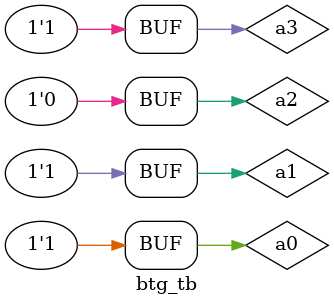
<source format=v>
module btg(a0,a1,a2,a3,g3,g2,g1,g0);
  input a0,a1,a2,a3;
  output g3,g2,g1,g0;
  
  assign g3 = a3;
  assign g2 = (a3&~a2)+(~a3&a2);
  assign g1 = (a1&~a2)+(~a1&a2);
  assign g0 = (a1&~a0)+(~a1&a0);
    
  endmodule

//testbench

module btg_tb;
  reg a0,a1,a2,a3;
  wire g0,g1,g2,g3 ;
  btg btgtb(.a0(a0),.a1(a1),.a2(a2),.a3(a3),.g0(g0),.g1(g1),.g2(g2),.g3(g3));
 
  initial 
    begin
       #5 a3=1'b0; a2=1'b0; a1=1'b0;a0=1'b0;
       #5 a3=1'b0; a2=1'b0; a1=1'b0;a0=1'b1;
       #5 a3=1'b0; a2=1'b0; a1=1'b1;a0=1'b0;
       #5 a3=1'b0; a2=1'b0; a1=1'b1;a0=1'b1;
       #5 a3=1'b1; a2=1'b0; a1=1'b0;a0=1'b0;
       #5 a3=1'b1; a2=1'b0; a1=1'b0;a0=1'b1;
       #5 a3=1'b1; a2=1'b0; a1=1'b1;a0=1'b0;
       #5 a3=1'b1; a2=1'b0; a1=1'b1;a0=1'b1;
      
    end
  always@(a0,a1,a2,a3)
    $monitor("time=%0t,{a3,a2,a1,a0}=%b, {g3,g2,g1,g0} = %b",$time,{a3,a2,a1,a0},{g3,g2,g1,g0});
endmodule

</source>
